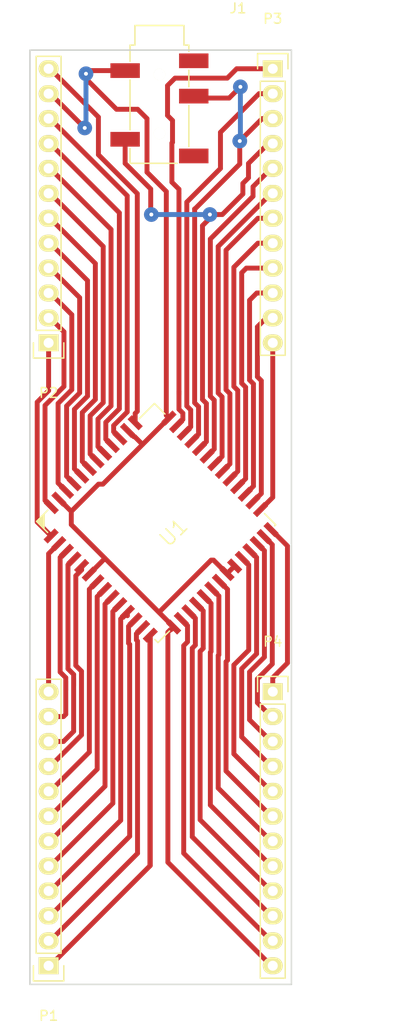
<source format=kicad_pcb>
(kicad_pcb (version 4) (host pcbnew 0.201512080931+6353~38~ubuntu14.04.1-stable)

  (general
    (links 57)
    (no_connects 0)
    (area 96.391667 25.632 140.702396 130.635)
    (thickness 1.6)
    (drawings 5)
    (tracks 375)
    (zones 0)
    (modules 6)
    (nets 48)
  )

  (page A4)
  (layers
    (0 F.Cu signal)
    (31 B.Cu signal)
    (32 B.Adhes user)
    (33 F.Adhes user)
    (34 B.Paste user)
    (35 F.Paste user)
    (36 B.SilkS user)
    (37 F.SilkS user)
    (38 B.Mask user)
    (39 F.Mask user)
    (40 Dwgs.User user)
    (41 Cmts.User user)
    (42 Eco1.User user)
    (43 Eco2.User user)
    (44 Edge.Cuts user)
    (45 Margin user)
    (46 B.CrtYd user)
    (47 F.CrtYd user)
    (48 B.Fab user)
    (49 F.Fab user)
  )

  (setup
    (last_trace_width 0.5)
    (trace_clearance 0.3)
    (zone_clearance 0.508)
    (zone_45_only no)
    (trace_min 0.5)
    (segment_width 0.2)
    (edge_width 0.15)
    (via_size 1.5)
    (via_drill 0.4)
    (via_min_size 1)
    (via_min_drill 0.3)
    (uvia_size 0.3)
    (uvia_drill 0.1)
    (uvias_allowed no)
    (uvia_min_size 0.2)
    (uvia_min_drill 0.1)
    (pcb_text_width 0.3)
    (pcb_text_size 1.5 1.5)
    (mod_edge_width 0.15)
    (mod_text_size 1 1)
    (mod_text_width 0.15)
    (pad_size 1.524 1.524)
    (pad_drill 0.762)
    (pad_to_mask_clearance 0.2)
    (aux_axis_origin 0 0)
    (visible_elements FFFFFF7F)
    (pcbplotparams
      (layerselection 0x00030_80000001)
      (usegerberextensions false)
      (excludeedgelayer true)
      (linewidth 1.000000)
      (plotframeref false)
      (viasonmask false)
      (mode 1)
      (useauxorigin false)
      (hpglpennumber 1)
      (hpglpenspeed 20)
      (hpglpendiameter 15)
      (hpglpenoverlay 2)
      (psnegative false)
      (psa4output false)
      (plotreference true)
      (plotvalue true)
      (plotinvisibletext false)
      (padsonsilk false)
      (subtractmaskfromsilk false)
      (outputformat 4)
      (mirror false)
      (drillshape 0)
      (scaleselection 1)
      (outputdirectory /home/nail/tmp/plot/))
  )

  (net 0 "")
  (net 1 "Net-(P1-Pad1)")
  (net 2 "Net-(P1-Pad2)")
  (net 3 "Net-(P1-Pad3)")
  (net 4 "Net-(P1-Pad4)")
  (net 5 "Net-(P1-Pad5)")
  (net 6 "Net-(P1-Pad6)")
  (net 7 "Net-(P1-Pad7)")
  (net 8 "Net-(P1-Pad8)")
  (net 9 "Net-(P1-Pad9)")
  (net 10 "Net-(P1-Pad10)")
  (net 11 "Net-(P1-Pad11)")
  (net 12 "Net-(P1-Pad12)")
  (net 13 "Net-(P2-Pad1)")
  (net 14 "Net-(P2-Pad2)")
  (net 15 "Net-(P2-Pad3)")
  (net 16 "Net-(P2-Pad4)")
  (net 17 "Net-(P2-Pad5)")
  (net 18 "Net-(P2-Pad6)")
  (net 19 "Net-(P2-Pad7)")
  (net 20 "Net-(P2-Pad10)")
  (net 21 "Net-(P2-Pad12)")
  (net 22 "Net-(J1-Pad1)")
  (net 23 "Net-(J1-Pad2)")
  (net 24 "Net-(J1-Pad5)")
  (net 25 "Net-(P2-Pad8)")
  (net 26 "Net-(P2-Pad9)")
  (net 27 "Net-(P3-Pad1)")
  (net 28 "Net-(P3-Pad2)")
  (net 29 "Net-(P3-Pad5)")
  (net 30 "Net-(P3-Pad6)")
  (net 31 "Net-(P3-Pad7)")
  (net 32 "Net-(P3-Pad10)")
  (net 33 "Net-(P3-Pad11)")
  (net 34 "Net-(P4-Pad1)")
  (net 35 "Net-(P4-Pad2)")
  (net 36 "Net-(P4-Pad3)")
  (net 37 "Net-(P4-Pad4)")
  (net 38 "Net-(P4-Pad5)")
  (net 39 "Net-(P4-Pad6)")
  (net 40 "Net-(P4-Pad7)")
  (net 41 "Net-(P4-Pad8)")
  (net 42 "Net-(P4-Pad9)")
  (net 43 "Net-(P4-Pad10)")
  (net 44 "Net-(P4-Pad11)")
  (net 45 "Net-(P3-Pad8)")
  (net 46 "Net-(P3-Pad9)")
  (net 47 "Net-(P3-Pad12)")

  (net_class Default "This is the default net class."
    (clearance 0.3)
    (trace_width 0.5)
    (via_dia 1.5)
    (via_drill 0.4)
    (uvia_dia 0.3)
    (uvia_drill 0.1)
    (add_net "Net-(J1-Pad1)")
    (add_net "Net-(J1-Pad2)")
    (add_net "Net-(J1-Pad5)")
    (add_net "Net-(P1-Pad1)")
    (add_net "Net-(P1-Pad10)")
    (add_net "Net-(P1-Pad11)")
    (add_net "Net-(P1-Pad12)")
    (add_net "Net-(P1-Pad2)")
    (add_net "Net-(P1-Pad3)")
    (add_net "Net-(P1-Pad4)")
    (add_net "Net-(P1-Pad5)")
    (add_net "Net-(P1-Pad6)")
    (add_net "Net-(P1-Pad7)")
    (add_net "Net-(P1-Pad8)")
    (add_net "Net-(P1-Pad9)")
    (add_net "Net-(P2-Pad1)")
    (add_net "Net-(P2-Pad10)")
    (add_net "Net-(P2-Pad12)")
    (add_net "Net-(P2-Pad2)")
    (add_net "Net-(P2-Pad3)")
    (add_net "Net-(P2-Pad4)")
    (add_net "Net-(P2-Pad5)")
    (add_net "Net-(P2-Pad6)")
    (add_net "Net-(P2-Pad7)")
    (add_net "Net-(P2-Pad8)")
    (add_net "Net-(P2-Pad9)")
    (add_net "Net-(P3-Pad1)")
    (add_net "Net-(P3-Pad10)")
    (add_net "Net-(P3-Pad11)")
    (add_net "Net-(P3-Pad12)")
    (add_net "Net-(P3-Pad2)")
    (add_net "Net-(P3-Pad5)")
    (add_net "Net-(P3-Pad6)")
    (add_net "Net-(P3-Pad7)")
    (add_net "Net-(P3-Pad8)")
    (add_net "Net-(P3-Pad9)")
    (add_net "Net-(P4-Pad1)")
    (add_net "Net-(P4-Pad10)")
    (add_net "Net-(P4-Pad11)")
    (add_net "Net-(P4-Pad2)")
    (add_net "Net-(P4-Pad3)")
    (add_net "Net-(P4-Pad4)")
    (add_net "Net-(P4-Pad5)")
    (add_net "Net-(P4-Pad6)")
    (add_net "Net-(P4-Pad7)")
    (add_net "Net-(P4-Pad8)")
    (add_net "Net-(P4-Pad9)")
  )

  (module my_modules:SOYO-BT24G03 (layer F.Cu) (tedit 558AC2DE) (tstamp 55EEC18A)
    (at 112.74558 91.534905 45)
    (descr 12)
    (path /55EEB2F0)
    (fp_text reference U1 (at 9.08 -6.82 45) (layer F.SilkS)
      (effects (font (size 1.5 1.5) (thickness 0.15)))
    )
    (fp_text value SOYO-BT24G03 (at 8.62 -8.99 45) (layer F.Fab)
      (effects (font (size 1.1 1.1) (thickness 0.1)))
    )
    (fp_line (start 0.02 -16.6) (end 0.88 -17.45) (layer F.SilkS) (width 0.15))
    (fp_line (start 0.06 -17.35) (end 0.16 -17.43) (layer F.SilkS) (width 0.15))
    (fp_line (start 0.26 -17.44) (end 0.06 -17.26) (layer F.SilkS) (width 0.15))
    (fp_line (start 0.01 -17.05) (end 0.43 -17.47) (layer F.SilkS) (width 0.15))
    (fp_line (start 0.61 -17.47) (end 0.05 -16.92) (layer F.SilkS) (width 0.15))
    (fp_line (start 0.03 -16.76) (end 0.72 -17.44) (layer F.SilkS) (width 0.15))
    (fp_line (start 0 -16.42) (end 1.04 -17.46) (layer F.SilkS) (width 0.15))
    (fp_line (start 1.62 -17.5) (end 0 -17.5) (layer F.SilkS) (width 0.15))
    (fp_line (start 0 -17.5) (end 0 -15.9) (layer F.SilkS) (width 0.15))
    (fp_line (start 17 -15.98) (end 17 -17.5) (layer F.SilkS) (width 0.15))
    (fp_line (start 17 -17.5) (end 14.8 -17.5) (layer F.SilkS) (width 0.15))
    (fp_line (start 16.86 -0.01) (end 17 -0.01) (layer F.SilkS) (width 0.15))
    (fp_line (start 17 -0.01) (end 17 -1.62) (layer F.SilkS) (width 0.15))
    (fp_line (start 0.02 -0.44) (end 0.02 -0.01) (layer F.SilkS) (width 0.15))
    (fp_line (start 0.02 -0.01) (end 1.68 -0.01) (layer F.SilkS) (width 0.15))
    (pad 39 smd rect (at 14.22 -17.5 45) (size 0.6 1.6) (layers F.Cu F.Paste F.Mask)
      (net 21 "Net-(P2-Pad12)"))
    (pad 40 smd rect (at 13.12 -17.5 45) (size 0.6 1.6) (layers F.Cu F.Paste F.Mask)
      (net 22 "Net-(J1-Pad1)"))
    (pad 41 smd rect (at 12.02 -17.5 45) (size 0.6 1.6) (layers F.Cu F.Paste F.Mask)
      (net 20 "Net-(P2-Pad10)"))
    (pad 42 smd rect (at 10.92 -17.5 45) (size 0.6 1.6) (layers F.Cu F.Paste F.Mask)
      (net 26 "Net-(P2-Pad9)"))
    (pad 43 smd rect (at 9.82 -17.5 45) (size 0.6 1.6) (layers F.Cu F.Paste F.Mask)
      (net 25 "Net-(P2-Pad8)"))
    (pad 44 smd rect (at 8.72 -17.5 45) (size 0.6 1.6) (layers F.Cu F.Paste F.Mask)
      (net 19 "Net-(P2-Pad7)"))
    (pad 45 smd rect (at 7.62 -17.5 45) (size 0.6 1.6) (layers F.Cu F.Paste F.Mask)
      (net 18 "Net-(P2-Pad6)"))
    (pad 46 smd rect (at 6.52 -17.5 45) (size 0.6 1.6) (layers F.Cu F.Paste F.Mask)
      (net 17 "Net-(P2-Pad5)"))
    (pad 47 smd rect (at 5.42 -17.5 45) (size 0.6 1.6) (layers F.Cu F.Paste F.Mask)
      (net 16 "Net-(P2-Pad4)"))
    (pad 48 smd rect (at 4.32 -17.5 45) (size 0.6 1.6) (layers F.Cu F.Paste F.Mask)
      (net 15 "Net-(P2-Pad3)"))
    (pad 49 smd rect (at 3.22 -17.5 45) (size 0.6 1.6) (layers F.Cu F.Paste F.Mask)
      (net 22 "Net-(J1-Pad1)"))
    (pad 50 smd rect (at 2.12 -17.5 45) (size 0.6 1.6) (layers F.Cu F.Paste F.Mask)
      (net 14 "Net-(P2-Pad2)"))
    (pad 52 smd rect (at 16.32 0 45) (size 0.6 1.6) (layers F.Cu F.Paste F.Mask)
      (net 34 "Net-(P4-Pad1)"))
    (pad 51 smd rect (at 15.32 0 45) (size 0.6 1.6) (layers F.Cu F.Paste F.Mask)
      (net 35 "Net-(P4-Pad2)"))
    (pad 25 smd rect (at 14.32 0 45) (size 0.6 1.6) (layers F.Cu F.Paste F.Mask)
      (net 36 "Net-(P4-Pad3)"))
    (pad 24 smd rect (at 13.27 0 45) (size 0.6 1.6) (layers F.Cu F.Paste F.Mask)
      (net 37 "Net-(P4-Pad4)"))
    (pad 23 smd rect (at 12.17 0 45) (size 0.6 1.6) (layers F.Cu F.Paste F.Mask)
      (net 38 "Net-(P4-Pad5)"))
    (pad 22 smd rect (at 11.07 0 45) (size 0.6 1.6) (layers F.Cu F.Paste F.Mask)
      (net 22 "Net-(J1-Pad1)"))
    (pad 21 smd rect (at 9.97 0 45) (size 0.6 1.6) (layers F.Cu F.Paste F.Mask)
      (net 22 "Net-(J1-Pad1)"))
    (pad 20 smd rect (at 8.87 0 45) (size 0.6 1.6) (layers F.Cu F.Paste F.Mask)
      (net 39 "Net-(P4-Pad6)"))
    (pad 19 smd rect (at 7.77 0 45) (size 0.6 1.6) (layers F.Cu F.Paste F.Mask)
      (net 40 "Net-(P4-Pad7)"))
    (pad 18 smd rect (at 6.67 0 45) (size 0.6 1.6) (layers F.Cu F.Paste F.Mask)
      (net 41 "Net-(P4-Pad8)"))
    (pad 17 smd rect (at 5.57 0 45) (size 0.6 1.6) (layers F.Cu F.Paste F.Mask)
      (net 42 "Net-(P4-Pad9)"))
    (pad 16 smd rect (at 4.47 0 45) (size 0.6 1.6) (layers F.Cu F.Paste F.Mask)
      (net 43 "Net-(P4-Pad10)"))
    (pad 15 smd rect (at 3.37 0 45) (size 0.6 1.6) (layers F.Cu F.Paste F.Mask)
      (net 44 "Net-(P4-Pad11)"))
    (pad 14 smd rect (at 2.27 0 45) (size 0.6 1.6) (layers F.Cu F.Paste F.Mask)
      (net 22 "Net-(J1-Pad1)"))
    (pad 1 smd rect (at 0 -15.4 45) (size 1.6 0.6) (layers F.Cu F.Paste F.Mask)
      (net 13 "Net-(P2-Pad1)"))
    (pad 2 smd rect (at 0 -14.3 45) (size 1.6 0.6) (layers F.Cu F.Paste F.Mask)
      (net 12 "Net-(P1-Pad12)"))
    (pad 3 smd rect (at 0 -13.2 45) (size 1.6 0.6) (layers F.Cu F.Paste F.Mask)
      (net 11 "Net-(P1-Pad11)"))
    (pad 4 smd rect (at 0 -12.1 45) (size 1.6 0.6) (layers F.Cu F.Paste F.Mask)
      (net 10 "Net-(P1-Pad10)"))
    (pad 5 smd rect (at 0 -11 45) (size 1.6 0.6) (layers F.Cu F.Paste F.Mask)
      (net 9 "Net-(P1-Pad9)"))
    (pad 6 smd rect (at 0 -9.9 45) (size 1.6 0.6) (layers F.Cu F.Paste F.Mask)
      (net 22 "Net-(J1-Pad1)"))
    (pad 7 smd rect (at 0 -8.8 45) (size 1.6 0.6) (layers F.Cu F.Paste F.Mask)
      (net 8 "Net-(P1-Pad8)"))
    (pad 8 smd rect (at 0 -7.7 45) (size 1.6 0.6) (layers F.Cu F.Paste F.Mask)
      (net 7 "Net-(P1-Pad7)"))
    (pad 9 smd rect (at 0 -6.6 45) (size 1.6 0.6) (layers F.Cu F.Paste F.Mask)
      (net 6 "Net-(P1-Pad6)"))
    (pad 10 smd rect (at 0 -5.5 45) (size 1.6 0.6) (layers F.Cu F.Paste F.Mask)
      (net 5 "Net-(P1-Pad5)"))
    (pad 11 smd rect (at 0 -4.4 45) (size 1.6 0.6) (layers F.Cu F.Paste F.Mask)
      (net 4 "Net-(P1-Pad4)"))
    (pad 12 smd rect (at 0 -3.3 45) (size 1.6 0.6) (layers F.Cu F.Paste F.Mask)
      (net 3 "Net-(P1-Pad3)"))
    (pad 13 smd rect (at 0 -2.2 45) (size 1.6 0.6) (layers F.Cu F.Paste F.Mask)
      (net 2 "Net-(P1-Pad2)"))
    (pad 53 smd rect (at 0 -1.1 45) (size 1.6 0.6) (layers F.Cu F.Paste F.Mask)
      (net 1 "Net-(P1-Pad1)"))
    (pad 38 smd rect (at 17 -15.4 45) (size 1.6 0.6) (layers F.Cu F.Paste F.Mask)
      (net 22 "Net-(J1-Pad1)"))
    (pad 37 smd rect (at 17 -14.3 45) (size 1.6 0.6) (layers F.Cu F.Paste F.Mask)
      (net 27 "Net-(P3-Pad1)"))
    (pad 36 smd rect (at 17 -13.2 45) (size 1.6 0.6) (layers F.Cu F.Paste F.Mask)
      (net 28 "Net-(P3-Pad2)"))
    (pad 35 smd rect (at 17 -12.1 45) (size 1.6 0.6) (layers F.Cu F.Paste F.Mask)
      (net 23 "Net-(J1-Pad2)"))
    (pad 34 smd rect (at 17 -11 45) (size 1.6 0.6) (layers F.Cu F.Paste F.Mask)
      (net 24 "Net-(J1-Pad5)"))
    (pad 33 smd rect (at 17 -9.9 45) (size 1.6 0.6) (layers F.Cu F.Paste F.Mask)
      (net 29 "Net-(P3-Pad5)"))
    (pad 32 smd rect (at 17 -8.8 45) (size 1.6 0.6) (layers F.Cu F.Paste F.Mask)
      (net 30 "Net-(P3-Pad6)"))
    (pad 31 smd rect (at 17 -7.7 45) (size 1.6 0.6) (layers F.Cu F.Paste F.Mask)
      (net 31 "Net-(P3-Pad7)"))
    (pad 30 smd rect (at 17 -6.6 45) (size 1.6 0.6) (layers F.Cu F.Paste F.Mask)
      (net 45 "Net-(P3-Pad8)"))
    (pad 29 smd rect (at 17 -5.5 45) (size 1.6 0.6) (layers F.Cu F.Paste F.Mask)
      (net 46 "Net-(P3-Pad9)"))
    (pad 28 smd rect (at 17 -4.4 45) (size 1.6 0.6) (layers F.Cu F.Paste F.Mask)
      (net 32 "Net-(P3-Pad10)"))
    (pad 27 smd rect (at 17 -3.3 45) (size 1.6 0.6) (layers F.Cu F.Paste F.Mask)
      (net 33 "Net-(P3-Pad11)"))
    (pad 26 smd rect (at 17 -2.2 45) (size 1.6 0.6) (layers F.Cu F.Paste F.Mask)
      (net 47 "Net-(P3-Pad12)"))
  )

  (module Pin_Headers:Pin_Header_Straight_1x12 (layer F.Cu) (tedit 0) (tstamp 56734C75)
    (at 101.6 124.46 180)
    (descr "Through hole pin header")
    (tags "pin header")
    (path /55EEB34C)
    (fp_text reference P1 (at 0 -5.1 180) (layer F.SilkS)
      (effects (font (size 1 1) (thickness 0.15)))
    )
    (fp_text value CONN_01X24 (at 0 -3.1 180) (layer F.Fab)
      (effects (font (size 1 1) (thickness 0.15)))
    )
    (fp_line (start -1.75 -1.75) (end -1.75 29.7) (layer F.CrtYd) (width 0.05))
    (fp_line (start 1.75 -1.75) (end 1.75 29.7) (layer F.CrtYd) (width 0.05))
    (fp_line (start -1.75 -1.75) (end 1.75 -1.75) (layer F.CrtYd) (width 0.05))
    (fp_line (start -1.75 29.7) (end 1.75 29.7) (layer F.CrtYd) (width 0.05))
    (fp_line (start 1.27 1.27) (end 1.27 29.21) (layer F.SilkS) (width 0.15))
    (fp_line (start 1.27 29.21) (end -1.27 29.21) (layer F.SilkS) (width 0.15))
    (fp_line (start -1.27 29.21) (end -1.27 1.27) (layer F.SilkS) (width 0.15))
    (fp_line (start 1.55 -1.55) (end 1.55 0) (layer F.SilkS) (width 0.15))
    (fp_line (start 1.27 1.27) (end -1.27 1.27) (layer F.SilkS) (width 0.15))
    (fp_line (start -1.55 0) (end -1.55 -1.55) (layer F.SilkS) (width 0.15))
    (fp_line (start -1.55 -1.55) (end 1.55 -1.55) (layer F.SilkS) (width 0.15))
    (pad 1 thru_hole rect (at 0 0 180) (size 2.032 1.7272) (drill 1.016) (layers *.Cu *.Mask F.SilkS)
      (net 1 "Net-(P1-Pad1)"))
    (pad 2 thru_hole oval (at 0 2.54 180) (size 2.032 1.7272) (drill 1.016) (layers *.Cu *.Mask F.SilkS)
      (net 2 "Net-(P1-Pad2)"))
    (pad 3 thru_hole oval (at 0 5.08 180) (size 2.032 1.7272) (drill 1.016) (layers *.Cu *.Mask F.SilkS)
      (net 3 "Net-(P1-Pad3)"))
    (pad 4 thru_hole oval (at 0 7.62 180) (size 2.032 1.7272) (drill 1.016) (layers *.Cu *.Mask F.SilkS)
      (net 4 "Net-(P1-Pad4)"))
    (pad 5 thru_hole oval (at 0 10.16 180) (size 2.032 1.7272) (drill 1.016) (layers *.Cu *.Mask F.SilkS)
      (net 5 "Net-(P1-Pad5)"))
    (pad 6 thru_hole oval (at 0 12.7 180) (size 2.032 1.7272) (drill 1.016) (layers *.Cu *.Mask F.SilkS)
      (net 6 "Net-(P1-Pad6)"))
    (pad 7 thru_hole oval (at 0 15.24 180) (size 2.032 1.7272) (drill 1.016) (layers *.Cu *.Mask F.SilkS)
      (net 7 "Net-(P1-Pad7)"))
    (pad 8 thru_hole oval (at 0 17.78 180) (size 2.032 1.7272) (drill 1.016) (layers *.Cu *.Mask F.SilkS)
      (net 8 "Net-(P1-Pad8)"))
    (pad 9 thru_hole oval (at 0 20.32 180) (size 2.032 1.7272) (drill 1.016) (layers *.Cu *.Mask F.SilkS)
      (net 9 "Net-(P1-Pad9)"))
    (pad 10 thru_hole oval (at 0 22.86 180) (size 2.032 1.7272) (drill 1.016) (layers *.Cu *.Mask F.SilkS)
      (net 10 "Net-(P1-Pad10)"))
    (pad 11 thru_hole oval (at 0 25.4 180) (size 2.032 1.7272) (drill 1.016) (layers *.Cu *.Mask F.SilkS)
      (net 11 "Net-(P1-Pad11)"))
    (pad 12 thru_hole oval (at 0 27.94 180) (size 2.032 1.7272) (drill 1.016) (layers *.Cu *.Mask F.SilkS)
      (net 12 "Net-(P1-Pad12)"))
    (model Pin_Headers.3dshapes/Pin_Header_Straight_1x12.wrl
      (at (xyz 0 -0.55 0))
      (scale (xyz 1 1 1))
      (rotate (xyz 0 0 90))
    )
  )

  (module Pin_Headers:Pin_Header_Straight_1x12 (layer F.Cu) (tedit 0) (tstamp 56734C8F)
    (at 101.6 60.96 180)
    (descr "Through hole pin header")
    (tags "pin header")
    (path /567348E5)
    (fp_text reference P2 (at 0 -5.1 180) (layer F.SilkS)
      (effects (font (size 1 1) (thickness 0.15)))
    )
    (fp_text value CONN_01X24 (at -7.9502 -11.5824 180) (layer F.Fab)
      (effects (font (size 1 1) (thickness 0.15)))
    )
    (fp_line (start -1.75 -1.75) (end -1.75 29.7) (layer F.CrtYd) (width 0.05))
    (fp_line (start 1.75 -1.75) (end 1.75 29.7) (layer F.CrtYd) (width 0.05))
    (fp_line (start -1.75 -1.75) (end 1.75 -1.75) (layer F.CrtYd) (width 0.05))
    (fp_line (start -1.75 29.7) (end 1.75 29.7) (layer F.CrtYd) (width 0.05))
    (fp_line (start 1.27 1.27) (end 1.27 29.21) (layer F.SilkS) (width 0.15))
    (fp_line (start 1.27 29.21) (end -1.27 29.21) (layer F.SilkS) (width 0.15))
    (fp_line (start -1.27 29.21) (end -1.27 1.27) (layer F.SilkS) (width 0.15))
    (fp_line (start 1.55 -1.55) (end 1.55 0) (layer F.SilkS) (width 0.15))
    (fp_line (start 1.27 1.27) (end -1.27 1.27) (layer F.SilkS) (width 0.15))
    (fp_line (start -1.55 0) (end -1.55 -1.55) (layer F.SilkS) (width 0.15))
    (fp_line (start -1.55 -1.55) (end 1.55 -1.55) (layer F.SilkS) (width 0.15))
    (pad 1 thru_hole rect (at 0 0 180) (size 2.032 1.7272) (drill 1.016) (layers *.Cu *.Mask F.SilkS)
      (net 13 "Net-(P2-Pad1)"))
    (pad 2 thru_hole oval (at 0 2.54 180) (size 2.032 1.7272) (drill 1.016) (layers *.Cu *.Mask F.SilkS)
      (net 14 "Net-(P2-Pad2)"))
    (pad 3 thru_hole oval (at 0 5.08 180) (size 2.032 1.7272) (drill 1.016) (layers *.Cu *.Mask F.SilkS)
      (net 15 "Net-(P2-Pad3)"))
    (pad 4 thru_hole oval (at 0 7.62 180) (size 2.032 1.7272) (drill 1.016) (layers *.Cu *.Mask F.SilkS)
      (net 16 "Net-(P2-Pad4)"))
    (pad 5 thru_hole oval (at 0 10.16 180) (size 2.032 1.7272) (drill 1.016) (layers *.Cu *.Mask F.SilkS)
      (net 17 "Net-(P2-Pad5)"))
    (pad 6 thru_hole oval (at 0 12.7 180) (size 2.032 1.7272) (drill 1.016) (layers *.Cu *.Mask F.SilkS)
      (net 18 "Net-(P2-Pad6)"))
    (pad 7 thru_hole oval (at 0 15.24 180) (size 2.032 1.7272) (drill 1.016) (layers *.Cu *.Mask F.SilkS)
      (net 19 "Net-(P2-Pad7)"))
    (pad 8 thru_hole oval (at 0 17.78 180) (size 2.032 1.7272) (drill 1.016) (layers *.Cu *.Mask F.SilkS)
      (net 25 "Net-(P2-Pad8)"))
    (pad 9 thru_hole oval (at 0 20.32 180) (size 2.032 1.7272) (drill 1.016) (layers *.Cu *.Mask F.SilkS)
      (net 26 "Net-(P2-Pad9)"))
    (pad 10 thru_hole oval (at 0 22.86 180) (size 2.032 1.7272) (drill 1.016) (layers *.Cu *.Mask F.SilkS)
      (net 20 "Net-(P2-Pad10)"))
    (pad 11 thru_hole oval (at 0 25.4 180) (size 2.032 1.7272) (drill 1.016) (layers *.Cu *.Mask F.SilkS)
      (net 22 "Net-(J1-Pad1)"))
    (pad 12 thru_hole oval (at 0 27.94 180) (size 2.032 1.7272) (drill 1.016) (layers *.Cu *.Mask F.SilkS)
      (net 21 "Net-(P2-Pad12)"))
    (model Pin_Headers.3dshapes/Pin_Header_Straight_1x12.wrl
      (at (xyz 0 -0.55 0))
      (scale (xyz 1 1 1))
      (rotate (xyz 0 0 90))
    )
  )

  (module Pin_Headers:Pin_Header_Straight_1x12 (layer F.Cu) (tedit 0) (tstamp 56734CDD)
    (at 124.46 96.52)
    (descr "Through hole pin header")
    (tags "pin header")
    (path /56734924)
    (fp_text reference P4 (at 0 -5.1) (layer F.SilkS)
      (effects (font (size 1 1) (thickness 0.15)))
    )
    (fp_text value CONN_01X24 (at 0 -3.1) (layer F.Fab)
      (effects (font (size 1 1) (thickness 0.15)))
    )
    (fp_line (start -1.75 -1.75) (end -1.75 29.7) (layer F.CrtYd) (width 0.05))
    (fp_line (start 1.75 -1.75) (end 1.75 29.7) (layer F.CrtYd) (width 0.05))
    (fp_line (start -1.75 -1.75) (end 1.75 -1.75) (layer F.CrtYd) (width 0.05))
    (fp_line (start -1.75 29.7) (end 1.75 29.7) (layer F.CrtYd) (width 0.05))
    (fp_line (start 1.27 1.27) (end 1.27 29.21) (layer F.SilkS) (width 0.15))
    (fp_line (start 1.27 29.21) (end -1.27 29.21) (layer F.SilkS) (width 0.15))
    (fp_line (start -1.27 29.21) (end -1.27 1.27) (layer F.SilkS) (width 0.15))
    (fp_line (start 1.55 -1.55) (end 1.55 0) (layer F.SilkS) (width 0.15))
    (fp_line (start 1.27 1.27) (end -1.27 1.27) (layer F.SilkS) (width 0.15))
    (fp_line (start -1.55 0) (end -1.55 -1.55) (layer F.SilkS) (width 0.15))
    (fp_line (start -1.55 -1.55) (end 1.55 -1.55) (layer F.SilkS) (width 0.15))
    (pad 1 thru_hole rect (at 0 0) (size 2.032 1.7272) (drill 1.016) (layers *.Cu *.Mask F.SilkS)
      (net 34 "Net-(P4-Pad1)"))
    (pad 2 thru_hole oval (at 0 2.54) (size 2.032 1.7272) (drill 1.016) (layers *.Cu *.Mask F.SilkS)
      (net 35 "Net-(P4-Pad2)"))
    (pad 3 thru_hole oval (at 0 5.08) (size 2.032 1.7272) (drill 1.016) (layers *.Cu *.Mask F.SilkS)
      (net 36 "Net-(P4-Pad3)"))
    (pad 4 thru_hole oval (at 0 7.62) (size 2.032 1.7272) (drill 1.016) (layers *.Cu *.Mask F.SilkS)
      (net 37 "Net-(P4-Pad4)"))
    (pad 5 thru_hole oval (at 0 10.16) (size 2.032 1.7272) (drill 1.016) (layers *.Cu *.Mask F.SilkS)
      (net 38 "Net-(P4-Pad5)"))
    (pad 6 thru_hole oval (at 0 12.7) (size 2.032 1.7272) (drill 1.016) (layers *.Cu *.Mask F.SilkS)
      (net 39 "Net-(P4-Pad6)"))
    (pad 7 thru_hole oval (at 0 15.24) (size 2.032 1.7272) (drill 1.016) (layers *.Cu *.Mask F.SilkS)
      (net 40 "Net-(P4-Pad7)"))
    (pad 8 thru_hole oval (at 0 17.78) (size 2.032 1.7272) (drill 1.016) (layers *.Cu *.Mask F.SilkS)
      (net 41 "Net-(P4-Pad8)"))
    (pad 9 thru_hole oval (at 0 20.32) (size 2.032 1.7272) (drill 1.016) (layers *.Cu *.Mask F.SilkS)
      (net 42 "Net-(P4-Pad9)"))
    (pad 10 thru_hole oval (at 0 22.86) (size 2.032 1.7272) (drill 1.016) (layers *.Cu *.Mask F.SilkS)
      (net 43 "Net-(P4-Pad10)"))
    (pad 11 thru_hole oval (at 0 25.4) (size 2.032 1.7272) (drill 1.016) (layers *.Cu *.Mask F.SilkS)
      (net 44 "Net-(P4-Pad11)"))
    (pad 12 thru_hole oval (at 0 27.94) (size 2.032 1.7272) (drill 1.016) (layers *.Cu *.Mask F.SilkS)
      (net 22 "Net-(J1-Pad1)"))
    (model Pin_Headers.3dshapes/Pin_Header_Straight_1x12.wrl
      (at (xyz 0 -0.55 0))
      (scale (xyz 1 1 1))
      (rotate (xyz 0 0 90))
    )
  )

  (module Pin_Headers:Pin_Header_Straight_1x12 (layer F.Cu) (tedit 0) (tstamp 56735013)
    (at 124.46 33.02)
    (descr "Through hole pin header")
    (tags "pin header")
    (path /567349A1)
    (fp_text reference P3 (at 0 -5.1) (layer F.SilkS)
      (effects (font (size 1 1) (thickness 0.15)))
    )
    (fp_text value CONN_01X24 (at 0 -3.1) (layer F.Fab)
      (effects (font (size 1 1) (thickness 0.15)))
    )
    (fp_line (start -1.75 -1.75) (end -1.75 29.7) (layer F.CrtYd) (width 0.05))
    (fp_line (start 1.75 -1.75) (end 1.75 29.7) (layer F.CrtYd) (width 0.05))
    (fp_line (start -1.75 -1.75) (end 1.75 -1.75) (layer F.CrtYd) (width 0.05))
    (fp_line (start -1.75 29.7) (end 1.75 29.7) (layer F.CrtYd) (width 0.05))
    (fp_line (start 1.27 1.27) (end 1.27 29.21) (layer F.SilkS) (width 0.15))
    (fp_line (start 1.27 29.21) (end -1.27 29.21) (layer F.SilkS) (width 0.15))
    (fp_line (start -1.27 29.21) (end -1.27 1.27) (layer F.SilkS) (width 0.15))
    (fp_line (start 1.55 -1.55) (end 1.55 0) (layer F.SilkS) (width 0.15))
    (fp_line (start 1.27 1.27) (end -1.27 1.27) (layer F.SilkS) (width 0.15))
    (fp_line (start -1.55 0) (end -1.55 -1.55) (layer F.SilkS) (width 0.15))
    (fp_line (start -1.55 -1.55) (end 1.55 -1.55) (layer F.SilkS) (width 0.15))
    (pad 1 thru_hole rect (at 0 0) (size 2.032 1.7272) (drill 1.016) (layers *.Cu *.Mask F.SilkS)
      (net 27 "Net-(P3-Pad1)"))
    (pad 2 thru_hole oval (at 0 2.54) (size 2.032 1.7272) (drill 1.016) (layers *.Cu *.Mask F.SilkS)
      (net 28 "Net-(P3-Pad2)"))
    (pad 3 thru_hole oval (at 0 5.08) (size 2.032 1.7272) (drill 1.016) (layers *.Cu *.Mask F.SilkS)
      (net 23 "Net-(J1-Pad2)"))
    (pad 4 thru_hole oval (at 0 7.62) (size 2.032 1.7272) (drill 1.016) (layers *.Cu *.Mask F.SilkS)
      (net 24 "Net-(J1-Pad5)"))
    (pad 5 thru_hole oval (at 0 10.16) (size 2.032 1.7272) (drill 1.016) (layers *.Cu *.Mask F.SilkS)
      (net 29 "Net-(P3-Pad5)"))
    (pad 6 thru_hole oval (at 0 12.7) (size 2.032 1.7272) (drill 1.016) (layers *.Cu *.Mask F.SilkS)
      (net 30 "Net-(P3-Pad6)"))
    (pad 7 thru_hole oval (at 0 15.24) (size 2.032 1.7272) (drill 1.016) (layers *.Cu *.Mask F.SilkS)
      (net 31 "Net-(P3-Pad7)"))
    (pad 8 thru_hole oval (at 0 17.78) (size 2.032 1.7272) (drill 1.016) (layers *.Cu *.Mask F.SilkS)
      (net 45 "Net-(P3-Pad8)"))
    (pad 9 thru_hole oval (at 0 20.32) (size 2.032 1.7272) (drill 1.016) (layers *.Cu *.Mask F.SilkS)
      (net 46 "Net-(P3-Pad9)"))
    (pad 10 thru_hole oval (at 0 22.86) (size 2.032 1.7272) (drill 1.016) (layers *.Cu *.Mask F.SilkS)
      (net 32 "Net-(P3-Pad10)"))
    (pad 11 thru_hole oval (at 0 25.4) (size 2.032 1.7272) (drill 1.016) (layers *.Cu *.Mask F.SilkS)
      (net 33 "Net-(P3-Pad11)"))
    (pad 12 thru_hole oval (at 0 27.94) (size 2.032 1.7272) (drill 1.016) (layers *.Cu *.Mask F.SilkS)
      (net 47 "Net-(P3-Pad12)"))
    (model Pin_Headers.3dshapes/Pin_Header_Straight_1x12.wrl
      (at (xyz 0 -0.55 0))
      (scale (xyz 1 1 1))
      (rotate (xyz 0 0 90))
    )
  )

  (module jacks:PJ-327A (layer F.Cu) (tedit 5673F0EC) (tstamp 5673FD19)
    (at 112.903 30.607)
    (path /55EEE911)
    (fp_text reference J1 (at 8.02 -3.75) (layer F.SilkS)
      (effects (font (size 1 1) (thickness 0.15)))
    )
    (fp_text value jack (at 10.36 -2.31) (layer F.Fab)
      (effects (font (size 1 1) (thickness 0.15)))
    )
    (fp_line (start 3 6.15) (end 3 10.35) (layer F.SilkS) (width 0.15))
    (fp_line (start 3 2.55) (end 3 4.25) (layer F.SilkS) (width 0.15))
    (fp_line (start -3 10.55) (end -3 12.05) (layer F.SilkS) (width 0.15))
    (fp_line (start -3 12.05) (end 1.8 12.05) (layer F.SilkS) (width 0.15))
    (fp_line (start -3 3.55) (end -3 8.65) (layer F.SilkS) (width 0.15))
    (fp_line (start 3 0.65) (end 3 0) (layer F.SilkS) (width 0.15))
    (fp_line (start 3 0) (end 2.5 0) (layer F.SilkS) (width 0.15))
    (fp_line (start 2.5 0) (end 2.5 -2) (layer F.SilkS) (width 0.15))
    (fp_line (start 2.5 -2) (end -2.5 -2) (layer F.SilkS) (width 0.15))
    (fp_line (start -2.5 -2) (end -2.5 0) (layer F.SilkS) (width 0.15))
    (fp_line (start -2.5 0) (end -3 0) (layer F.SilkS) (width 0.15))
    (fp_line (start -3 0) (end -3 1.65) (layer F.SilkS) (width 0.15))
    (pad "" np_thru_hole circle (at 0 3) (size 1.2 1.2) (drill 1.2) (layers *.Cu *.Mask F.SilkS))
    (pad "" np_thru_hole circle (at 0 9) (size 1.2 1.2) (drill 1.2) (layers *.Cu *.Mask F.SilkS))
    (pad 6 smd rect (at 3.5 1.6) (size 3 1.5) (layers F.Cu F.Paste F.Mask))
    (pad 2 smd rect (at 3.5 5.2) (size 3 1.5) (layers F.Cu F.Paste F.Mask)
      (net 23 "Net-(J1-Pad2)"))
    (pad 4 smd rect (at 3.5 11.3) (size 3 1.5) (layers F.Cu F.Paste F.Mask))
    (pad 5 smd rect (at -3.5 9.6) (size 3 1.5) (layers F.Cu F.Paste F.Mask)
      (net 24 "Net-(J1-Pad5)"))
    (pad 1 smd rect (at -3.5 2.6) (size 3 1.5) (layers F.Cu F.Paste F.Mask)
      (net 22 "Net-(J1-Pad1)"))
  )

  (dimension 95.32623 (width 0.3) (layer Dwgs.User)
    (gr_text "95.326 mm" (at 134.052396 78.682614 89.95420003) (layer Dwgs.User)
      (effects (font (size 1.5 1.5) (thickness 0.3)))
    )
    (feature1 (pts (xy 126.365 126.3396) (xy 135.364296 126.346793)))
    (feature2 (pts (xy 126.4412 31.0134) (xy 135.440496 31.020593)))
    (crossbar (pts (xy 132.740497 31.018435) (xy 132.664297 126.344635)))
    (arrow1a (pts (xy 132.664297 126.344635) (xy 132.078777 125.217663)))
    (arrow1b (pts (xy 132.664297 126.344635) (xy 133.251618 125.2186)))
    (arrow2a (pts (xy 132.740497 31.018435) (xy 132.153176 32.14447)))
    (arrow2b (pts (xy 132.740497 31.018435) (xy 133.326017 32.145407)))
  )
  (gr_line (start 99.695 126.365) (end 99.695 31.115) (layer Edge.Cuts) (width 0.15))
  (gr_line (start 126.365 126.365) (end 99.695 126.365) (layer Edge.Cuts) (width 0.15))
  (gr_line (start 126.365 31.115) (end 126.365 126.365) (layer Edge.Cuts) (width 0.15))
  (gr_line (start 99.695 31.115) (end 126.365 31.115) (layer Edge.Cuts) (width 0.15))

  (segment (start 115.951 42.0116) (end 115.9256 42.0116) (width 0.5) (layer F.Cu) (net 0))
  (segment (start 111.967763 90.757088) (end 111.967763 114.244637) (width 0.5) (layer F.Cu) (net 1))
  (segment (start 111.967763 114.244637) (end 101.7524 124.46) (width 0.5) (layer F.Cu) (net 1))
  (segment (start 101.7524 124.46) (end 101.6 124.46) (width 0.5) (layer F.Cu) (net 1))
  (segment (start 101.7524 124.46) (end 111.931897 114.280503) (width 0.5) (layer F.Cu) (net 1))
  (segment (start 111.931897 114.280503) (end 111.931897 91.307097) (width 0.5) (layer F.Cu) (net 1))
  (segment (start 111.189945 89.97927) (end 110.55355 90.615665) (width 0.5) (layer F.Cu) (net 2))
  (segment (start 110.55355 90.615665) (end 110.55355 91.252079) (width 0.5) (layer F.Cu) (net 2))
  (segment (start 110.667832 91.366361) (end 110.667832 113.004568) (width 0.5) (layer F.Cu) (net 2))
  (segment (start 110.55355 91.252079) (end 110.667832 91.366361) (width 0.5) (layer F.Cu) (net 2))
  (segment (start 110.667832 113.004568) (end 101.7524 121.92) (width 0.5) (layer F.Cu) (net 2))
  (segment (start 101.7524 121.92) (end 101.6 121.92) (width 0.5) (layer F.Cu) (net 2))
  (segment (start 110.412128 89.201453) (end 109.75354 89.860041) (width 0.5) (layer F.Cu) (net 3))
  (segment (start 109.75354 89.860041) (end 109.75354 91.583453) (width 0.5) (layer F.Cu) (net 3))
  (segment (start 109.75354 91.583453) (end 109.867822 91.697735) (width 0.5) (layer F.Cu) (net 3))
  (segment (start 109.867822 91.697735) (end 109.867822 111.264578) (width 0.5) (layer F.Cu) (net 3))
  (segment (start 101.7524 119.38) (end 101.6 119.38) (width 0.5) (layer F.Cu) (net 3))
  (segment (start 109.867822 111.264578) (end 101.7524 119.38) (width 0.5) (layer F.Cu) (net 3))
  (segment (start 109.85464 111.27776) (end 101.7524 119.38) (width 0.5) (layer F.Cu) (net 3))
  (segment (start 109.63431 88.423635) (end 108.95267 89.105275) (width 0.5) (layer F.Cu) (net 4))
  (segment (start 108.95267 89.105275) (end 108.95267 109.63973) (width 0.5) (layer F.Cu) (net 4))
  (segment (start 108.95267 109.63973) (end 101.7524 116.84) (width 0.5) (layer F.Cu) (net 4))
  (segment (start 101.7524 116.84) (end 101.6 116.84) (width 0.5) (layer F.Cu) (net 4))
  (segment (start 109.63431 88.423635) (end 109.63431 88.777175) (width 0.5) (layer F.Cu) (net 4))
  (segment (start 108.856493 87.645818) (end 108.15266 88.349651) (width 0.5) (layer F.Cu) (net 5))
  (segment (start 108.15266 88.349651) (end 108.15266 107.89974) (width 0.5) (layer F.Cu) (net 5))
  (segment (start 108.15266 107.89974) (end 101.7524 114.3) (width 0.5) (layer F.Cu) (net 5))
  (segment (start 101.7524 114.3) (end 101.6 114.3) (width 0.5) (layer F.Cu) (net 5))
  (segment (start 108.856493 87.645818) (end 108.267802 88.234509) (width 0.5) (layer F.Cu) (net 5))
  (segment (start 108.078675 86.868) (end 107.35265 87.594025) (width 0.5) (layer F.Cu) (net 6))
  (segment (start 107.35265 87.594025) (end 107.35265 106.15975) (width 0.5) (layer F.Cu) (net 6))
  (segment (start 107.35265 106.15975) (end 101.7524 111.76) (width 0.5) (layer F.Cu) (net 6))
  (segment (start 101.7524 111.76) (end 101.6 111.76) (width 0.5) (layer F.Cu) (net 6))
  (segment (start 108.078675 86.868) (end 107.44228 87.504395) (width 0.5) (layer F.Cu) (net 6))
  (segment (start 108.078675 86.868) (end 107.4674 87.479275) (width 0.5) (layer F.Cu) (net 6))
  (segment (start 107.300858 86.090183) (end 106.55264 86.838401) (width 0.5) (layer F.Cu) (net 7))
  (segment (start 106.55264 86.838401) (end 106.55264 104.41976) (width 0.5) (layer F.Cu) (net 7))
  (segment (start 106.55264 104.41976) (end 101.7524 109.22) (width 0.5) (layer F.Cu) (net 7))
  (segment (start 101.7524 109.22) (end 101.6 109.22) (width 0.5) (layer F.Cu) (net 7))
  (segment (start 106.52304 85.312365) (end 105.75263 86.082775) (width 0.5) (layer F.Cu) (net 8))
  (segment (start 105.75263 86.082775) (end 105.75263 102.67977) (width 0.5) (layer F.Cu) (net 8))
  (segment (start 105.75263 102.67977) (end 101.7524 106.68) (width 0.5) (layer F.Cu) (net 8))
  (segment (start 101.7524 106.68) (end 101.6 106.68) (width 0.5) (layer F.Cu) (net 8))
  (segment (start 104.95262 94.434852) (end 104.95262 100.93978) (width 0.5) (layer F.Cu) (net 9))
  (segment (start 104.967405 84.11027) (end 104.375395 84.70228) (width 0.5) (layer F.Cu) (net 9))
  (segment (start 104.375395 93.857627) (end 104.95262 94.434852) (width 0.5) (layer F.Cu) (net 9))
  (segment (start 104.967405 83.75673) (end 104.967405 84.11027) (width 0.5) (layer F.Cu) (net 9))
  (segment (start 104.375395 84.70228) (end 104.375395 93.857627) (width 0.5) (layer F.Cu) (net 9))
  (segment (start 104.95262 100.93978) (end 101.7524 104.14) (width 0.5) (layer F.Cu) (net 9))
  (segment (start 101.7524 104.14) (end 101.6 104.14) (width 0.5) (layer F.Cu) (net 9))
  (segment (start 104.15261 95.172626) (end 104.15261 95.885) (width 0.5) (layer F.Cu) (net 10))
  (segment (start 103.575385 94.189001) (end 104.15261 94.766226) (width 0.5) (layer F.Cu) (net 10))
  (segment (start 104.15261 95.885) (end 104.15261 100.56339) (width 0.5) (layer F.Cu) (net 10))
  (segment (start 104.189588 82.978913) (end 103.575385 83.593116) (width 0.5) (layer F.Cu) (net 10))
  (segment (start 103.575385 83.593116) (end 103.575385 94.189001) (width 0.5) (layer F.Cu) (net 10))
  (segment (start 104.15261 94.766226) (end 104.15261 95.885) (width 0.5) (layer F.Cu) (net 10))
  (segment (start 104.15261 100.56339) (end 103.116 101.6) (width 0.5) (layer F.Cu) (net 10))
  (segment (start 103.116 101.6) (end 101.6 101.6) (width 0.5) (layer F.Cu) (net 10))
  (segment (start 103.3526 95.504) (end 103.3526 96.3422) (width 0.5) (layer F.Cu) (net 11))
  (segment (start 103.3526 96.3422) (end 103.3526 98.8234) (width 0.5) (layer F.Cu) (net 11))
  (segment (start 103.3526 95.0976) (end 103.3526 96.3422) (width 0.5) (layer F.Cu) (net 11))
  (segment (start 103.41177 82.201095) (end 102.775375 82.83749) (width 0.5) (layer F.Cu) (net 11))
  (segment (start 102.775375 82.83749) (end 102.775375 94.520375) (width 0.5) (layer F.Cu) (net 11))
  (segment (start 102.775375 94.520375) (end 103.3526 95.0976) (width 0.5) (layer F.Cu) (net 11))
  (segment (start 103.3526 98.8234) (end 103.116 99.06) (width 0.5) (layer F.Cu) (net 11))
  (segment (start 103.116 99.06) (end 101.6 99.06) (width 0.5) (layer F.Cu) (net 11))
  (segment (start 101.6 96.52) (end 101.6 82.457231) (width 0.5) (layer F.Cu) (net 12))
  (segment (start 101.6 82.457231) (end 102.633953 81.423278) (width 0.5) (layer F.Cu) (net 12))
  (segment (start 101.6 95.1564) (end 101.6 96.52) (width 0.5) (layer F.Cu) (net 12))
  (segment (start 101.6 60.96) (end 101.6 65.840088) (width 0.5) (layer F.Cu) (net 13))
  (segment (start 100.433873 79.223198) (end 101.573294 80.362619) (width 0.5) (layer F.Cu) (net 13))
  (segment (start 101.6 65.840088) (end 100.433873 67.006215) (width 0.5) (layer F.Cu) (net 13))
  (segment (start 100.433873 67.006215) (end 100.433873 79.223198) (width 0.5) (layer F.Cu) (net 13))
  (segment (start 101.573294 80.362619) (end 101.856136 80.645461) (width 0.5) (layer F.Cu) (net 13))
  (segment (start 101.6 58.42) (end 101.7524 58.42) (width 0.5) (layer F.Cu) (net 14))
  (segment (start 101.7524 58.42) (end 103.166001 59.833601) (width 0.5) (layer F.Cu) (net 14))
  (segment (start 103.166001 59.833601) (end 103.166001 65.405471) (width 0.5) (layer F.Cu) (net 14))
  (segment (start 103.166001 65.405471) (end 101.233883 67.337589) (width 0.5) (layer F.Cu) (net 14))
  (segment (start 101.233883 67.337589) (end 101.233883 77.025075) (width 0.5) (layer F.Cu) (net 14))
  (segment (start 101.233883 77.025075) (end 101.870278 77.66147) (width 0.5) (layer F.Cu) (net 14))
  (segment (start 101.6 55.88) (end 101.7524 55.88) (width 0.5) (layer F.Cu) (net 15))
  (segment (start 101.7524 55.88) (end 103.966011 58.093611) (width 0.5) (layer F.Cu) (net 15))
  (segment (start 103.966011 58.093611) (end 103.966011 65.736845) (width 0.5) (layer F.Cu) (net 15))
  (segment (start 103.966011 65.736845) (end 102.5652 67.137656) (width 0.5) (layer F.Cu) (net 15))
  (segment (start 102.5652 67.137656) (end 102.5652 75.245122) (width 0.5) (layer F.Cu) (net 15))
  (segment (start 102.5652 75.245122) (end 102.789518 75.46944) (width 0.5) (layer F.Cu) (net 15))
  (segment (start 102.789518 75.46944) (end 103.425913 76.105835) (width 0.5) (layer F.Cu) (net 15))
  (segment (start 101.6 53.34) (end 101.7524 53.34) (width 0.5) (layer F.Cu) (net 16))
  (segment (start 101.7524 53.34) (end 104.766021 56.353621) (width 0.5) (layer F.Cu) (net 16))
  (segment (start 104.766021 56.353621) (end 104.766021 66.068219) (width 0.5) (layer F.Cu) (net 16))
  (segment (start 104.766021 66.068219) (end 103.43418 67.40006) (width 0.5) (layer F.Cu) (net 16))
  (segment (start 103.43418 67.40006) (end 103.43418 74.558468) (width 0.5) (layer F.Cu) (net 16))
  (segment (start 103.43418 74.558468) (end 103.567335 74.691623) (width 0.5) (layer F.Cu) (net 16))
  (segment (start 103.567335 74.691623) (end 104.20373 75.328018) (width 0.5) (layer F.Cu) (net 16))
  (segment (start 101.6 50.8) (end 101.7524 50.8) (width 0.5) (layer F.Cu) (net 17))
  (segment (start 101.7524 50.8) (end 105.566031 54.613631) (width 0.5) (layer F.Cu) (net 17))
  (segment (start 104.23419 73.802842) (end 104.345153 73.913805) (width 0.5) (layer F.Cu) (net 17))
  (segment (start 105.566031 54.613631) (end 105.566031 66.399593) (width 0.5) (layer F.Cu) (net 17))
  (segment (start 105.566031 66.399593) (end 104.23419 67.731434) (width 0.5) (layer F.Cu) (net 17))
  (segment (start 104.23419 67.731434) (end 104.23419 73.802842) (width 0.5) (layer F.Cu) (net 17))
  (segment (start 104.345153 73.913805) (end 104.981548 74.5502) (width 0.5) (layer F.Cu) (net 17))
  (segment (start 101.6 48.26) (end 101.7524 48.26) (width 0.5) (layer F.Cu) (net 18))
  (segment (start 101.7524 48.26) (end 106.366041 52.873641) (width 0.5) (layer F.Cu) (net 18))
  (segment (start 106.366041 52.873641) (end 106.366041 66.730967) (width 0.5) (layer F.Cu) (net 18))
  (segment (start 105.0342 73.047218) (end 105.12297 73.135988) (width 0.5) (layer F.Cu) (net 18))
  (segment (start 106.366041 66.730967) (end 105.0342 68.062808) (width 0.5) (layer F.Cu) (net 18))
  (segment (start 105.0342 68.062808) (end 105.0342 73.047218) (width 0.5) (layer F.Cu) (net 18))
  (segment (start 105.12297 73.135988) (end 105.759365 73.772383) (width 0.5) (layer F.Cu) (net 18))
  (segment (start 101.6 45.72) (end 101.7524 45.72) (width 0.5) (layer F.Cu) (net 19))
  (segment (start 105.83421 72.291593) (end 105.900787 72.35817) (width 0.5) (layer F.Cu) (net 19))
  (segment (start 101.7524 45.72) (end 107.166051 51.133651) (width 0.5) (layer F.Cu) (net 19))
  (segment (start 107.166051 51.133651) (end 107.166051 67.062341) (width 0.5) (layer F.Cu) (net 19))
  (segment (start 105.900787 72.35817) (end 106.537182 72.994565) (width 0.5) (layer F.Cu) (net 19))
  (segment (start 107.166051 67.062341) (end 105.83421 68.394182) (width 0.5) (layer F.Cu) (net 19))
  (segment (start 105.83421 68.394182) (end 105.83421 72.291593) (width 0.5) (layer F.Cu) (net 19))
  (segment (start 101.6 38.1) (end 101.7524 38.1) (width 0.5) (layer F.Cu) (net 20))
  (segment (start 101.7524 38.1) (end 109.61361 45.96121) (width 0.5) (layer F.Cu) (net 20))
  (segment (start 109.61361 45.96121) (end 109.61361 68.008934) (width 0.5) (layer F.Cu) (net 20))
  (segment (start 109.61361 68.008934) (end 108.23424 69.388304) (width 0.5) (layer F.Cu) (net 20))
  (segment (start 108.23424 69.388304) (end 108.23424 70.024718) (width 0.5) (layer F.Cu) (net 20))
  (segment (start 108.23424 70.024718) (end 108.870635 70.661113) (width 0.5) (layer F.Cu) (net 20))
  (segment (start 110.6424 45.7835) (end 110.6424 45.7454) (width 0.5) (layer F.Cu) (net 21))
  (segment (start 106.68 41.783) (end 106.68 37.9476) (width 0.5) (layer F.Cu) (net 21) (tstamp 5673FDEA))
  (segment (start 110.6424 45.7454) (end 106.68 41.783) (width 0.5) (layer F.Cu) (net 21) (tstamp 5673FDE9))
  (segment (start 101.7524 33.02) (end 106.68 37.9476) (width 0.5) (layer F.Cu) (net 21))
  (segment (start 110.6424 67.945) (end 110.42627 68.16113) (width 0.5) (layer F.Cu) (net 21))
  (segment (start 110.42627 68.16113) (end 110.42627 69.105478) (width 0.5) (layer F.Cu) (net 21))
  (segment (start 110.6424 45.7835) (end 110.6424 67.945) (width 0.5) (layer F.Cu) (net 21) (tstamp 5673FDE7))
  (segment (start 101.6 33.02) (end 101.7524 33.02) (width 0.5) (layer F.Cu) (net 21))
  (segment (start 105.41 33.528) (end 105.41 34.036) (width 0.5) (layer F.Cu) (net 22))
  (segment (start 113.6015 68.349194) (end 113.876951 68.624645) (width 0.5) (layer F.Cu) (net 22) (tstamp 5673FDE4) (status 800000))
  (segment (start 113.6015 45.5295) (end 113.6015 68.349194) (width 0.5) (layer F.Cu) (net 22) (tstamp 5673FDE3))
  (segment (start 111.633 43.561) (end 113.6015 45.5295) (width 0.5) (layer F.Cu) (net 22) (tstamp 5673FDE0))
  (segment (start 111.633 38.1) (end 111.633 43.561) (width 0.5) (layer F.Cu) (net 22) (tstamp 5673FDDF))
  (segment (start 110.6805 37.1475) (end 111.633 38.1) (width 0.5) (layer F.Cu) (net 22) (tstamp 5673FDDE))
  (segment (start 108.5215 37.1475) (end 110.6805 37.1475) (width 0.5) (layer F.Cu) (net 22) (tstamp 5673FDDC))
  (segment (start 105.41 34.036) (end 108.5215 37.1475) (width 0.5) (layer F.Cu) (net 22) (tstamp 5673FDDB))
  (segment (start 101.6 35.56) (end 101.7905 35.56) (width 0.5) (layer F.Cu) (net 22) (status C00000))
  (segment (start 101.7905 35.56) (end 105.283 39.0525) (width 0.5) (layer F.Cu) (net 22) (tstamp 5673FDD2) (status 400000))
  (segment (start 105.731 33.207) (end 109.403 33.207) (width 0.5) (layer F.Cu) (net 22) (tstamp 5673FDD8) (status 800000))
  (segment (start 105.41 33.528) (end 105.731 33.207) (width 0.5) (layer F.Cu) (net 22) (tstamp 5673FDD7))
  (via (at 105.41 33.528) (size 1.5) (drill 0.4) (layers F.Cu B.Cu) (net 22))
  (segment (start 105.41 38.9255) (end 105.41 33.528) (width 0.5) (layer B.Cu) (net 22) (tstamp 5673FDD5))
  (segment (start 105.283 39.0525) (end 105.41 38.9255) (width 0.5) (layer B.Cu) (net 22) (tstamp 5673FDD4))
  (via (at 105.283 39.0525) (size 1.5) (drill 0.4) (layers F.Cu B.Cu) (net 22))
  (segment (start 113.876951 68.624645) (end 112.956396 69.5452) (width 0.5) (layer F.Cu) (net 22))
  (segment (start 112.956396 69.5452) (end 111.178396 71.3232) (width 0.5) (layer F.Cu) (net 22))
  (segment (start 111.178396 71.3232) (end 107.1372 75.364396) (width 0.5) (layer F.Cu) (net 22))
  (segment (start 109.648452 69.883295) (end 110.284847 70.51969) (width 0.5) (layer F.Cu) (net 22))
  (segment (start 110.284847 70.51969) (end 110.374886 70.51969) (width 0.5) (layer F.Cu) (net 22))
  (segment (start 110.374886 70.51969) (end 111.178396 71.3232) (width 0.5) (layer F.Cu) (net 22))
  (segment (start 107.1372 75.364396) (end 106.693961 75.364396) (width 0.5) (layer F.Cu) (net 22))
  (segment (start 106.693961 75.364396) (end 103.9114 78.146957) (width 0.5) (layer F.Cu) (net 22))
  (segment (start 120.573252 83.707233) (end 119.795435 84.48505) (width 0.5) (layer F.Cu) (net 22))
  (segment (start 114.350712 89.929773) (end 112.8522 88.431261) (width 0.5) (layer F.Cu) (net 22))
  (segment (start 112.8522 88.431261) (end 107.301139 82.8802) (width 0.5) (layer F.Cu) (net 22))
  (segment (start 118.419185 83.1088) (end 118.174661 83.1088) (width 0.5) (layer F.Cu) (net 22))
  (segment (start 118.174661 83.1088) (end 112.8522 88.431261) (width 0.5) (layer F.Cu) (net 22))
  (segment (start 119.795435 84.48505) (end 118.419185 83.1088) (width 0.5) (layer F.Cu) (net 22))
  (segment (start 107.301139 82.8802) (end 103.9114 79.490461) (width 0.5) (layer F.Cu) (net 22))
  (segment (start 105.745223 84.534548) (end 107.301139 82.978632) (width 0.5) (layer F.Cu) (net 22))
  (segment (start 107.301139 82.978632) (end 107.301139 82.8802) (width 0.5) (layer F.Cu) (net 22))
  (segment (start 103.9114 79.490461) (end 103.9114 78.146957) (width 0.5) (layer F.Cu) (net 22))
  (segment (start 103.9114 78.146957) (end 103.28449 77.520047) (width 0.5) (layer F.Cu) (net 22))
  (segment (start 103.28449 77.520047) (end 102.648095 76.883652) (width 0.5) (layer F.Cu) (net 22))
  (segment (start 114.350712 89.929773) (end 114.06787 90.212615) (width 0.5) (layer F.Cu) (net 22))
  (segment (start 114.06787 90.212615) (end 114.006259 90.212615) (width 0.5) (layer F.Cu) (net 22))
  (segment (start 114.006259 90.212615) (end 113.764837 90.454037) (width 0.5) (layer F.Cu) (net 22))
  (segment (start 109.4426 33.1256) (end 109.849 32.7192) (width 0.5) (layer F.Cu) (net 22))
  (segment (start 101.6 35.56) (end 102.2604 35.56) (width 0.5) (layer F.Cu) (net 22))
  (segment (start 101.6 35.56) (end 101.4476 35.56) (width 0.5) (layer F.Cu) (net 22))
  (segment (start 124.46 124.46) (end 124.3076 124.46) (width 0.5) (layer F.Cu) (net 22))
  (segment (start 124.3076 124.46) (end 113.764837 113.917237) (width 0.5) (layer F.Cu) (net 22))
  (segment (start 113.764837 113.917237) (end 113.764837 90.454037) (width 0.5) (layer F.Cu) (net 22))
  (segment (start 121.0945 40.386) (end 121.0945 42.7355) (width 0.5) (layer F.Cu) (net 23))
  (segment (start 121.0945 42.7355) (end 116.49391 47.33609) (width 0.5) (layer F.Cu) (net 23) (tstamp 5673FDBE))
  (segment (start 124.46 38.1) (end 123.3805 38.1) (width 0.5) (layer F.Cu) (net 23))
  (segment (start 120.015 36.0045) (end 116.6005 36.0045) (width 0.5) (layer F.Cu) (net 23) (tstamp 5673FDBA))
  (segment (start 121.158 34.8615) (end 120.015 36.0045) (width 0.5) (layer F.Cu) (net 23) (tstamp 5673FDB9))
  (via (at 121.158 34.8615) (size 1.5) (drill 0.4) (layers F.Cu B.Cu) (net 23))
  (segment (start 121.158 40.3225) (end 121.158 34.8615) (width 0.5) (layer B.Cu) (net 23) (tstamp 5673FDB7))
  (segment (start 121.0945 40.386) (end 121.158 40.3225) (width 0.5) (layer B.Cu) (net 23) (tstamp 5673FDB6))
  (via (at 121.0945 40.386) (size 1.5) (drill 0.4) (layers F.Cu B.Cu) (net 23))
  (segment (start 123.3805 38.1) (end 121.0945 40.386) (width 0.5) (layer F.Cu) (net 23) (tstamp 5673FDB4))
  (segment (start 116.6005 36.0045) (end 116.403 35.807) (width 0.5) (layer F.Cu) (net 23) (tstamp 5673FDBB))
  (segment (start 124.46 38.1) (end 124.46 38.354) (width 0.5) (layer F.Cu) (net 23))
  (segment (start 116.49391 47.33609) (end 116.49391 47.307508) (width 0.5) (layer F.Cu) (net 23) (tstamp 5673FDC2))
  (segment (start 116.49391 47.307508) (end 116.493902 47.307508) (width 0.5) (layer F.Cu) (net 23) (tstamp 5673FD78))
  (segment (start 116.493902 47.307508) (end 116.49391 47.307508) (width 0.5) (layer F.Cu) (net 23) (tstamp 5673FD7A))
  (segment (start 116.49391 47.307508) (end 116.49391 67.069632) (width 0.5) (layer F.Cu) (net 23) (tstamp 5673FD7B))
  (segment (start 116.49391 67.069632) (end 116.891183 67.466905) (width 0.5) (layer F.Cu) (net 23))
  (segment (start 116.891183 67.466905) (end 116.891183 70.277318) (width 0.5) (layer F.Cu) (net 23))
  (segment (start 116.891183 70.277318) (end 116.210403 70.958098) (width 0.5) (layer F.Cu) (net 23))
  (segment (start 124.3076 38.1) (end 124.46 38.1) (width 0.5) (layer F.Cu) (net 23))
  (segment (start 118.0465 47.879) (end 118.0465 48.26) (width 0.5) (layer F.Cu) (net 24))
  (segment (start 118.0465 48.26) (end 117.29392 49.01258) (width 0.5) (layer F.Cu) (net 24) (tstamp 5673FD6E))
  (segment (start 124.46 40.64) (end 124.0155 40.64) (width 0.5) (layer F.Cu) (net 24))
  (segment (start 124.0155 40.64) (end 121.9835 42.672) (width 0.5) (layer F.Cu) (net 24) (tstamp 5673FD5C))
  (segment (start 109.403 42.6645) (end 109.403 40.207) (width 0.5) (layer F.Cu) (net 24) (tstamp 5673FD6A))
  (segment (start 112.014 45.2755) (end 109.403 42.6645) (width 0.5) (layer F.Cu) (net 24) (tstamp 5673FD68))
  (segment (start 112.014 47.8155) (end 112.014 45.2755) (width 0.5) (layer F.Cu) (net 24) (tstamp 5673FD67))
  (segment (start 112.0775 47.879) (end 112.014 47.8155) (width 0.5) (layer F.Cu) (net 24) (tstamp 5673FD66))
  (via (at 112.0775 47.879) (size 1.5) (drill 0.4) (layers F.Cu B.Cu) (net 24))
  (segment (start 118.0465 47.879) (end 112.0775 47.879) (width 0.5) (layer B.Cu) (net 24) (tstamp 5673FD63))
  (via (at 118.0465 47.879) (size 1.5) (drill 0.4) (layers F.Cu B.Cu) (net 24))
  (segment (start 119.3165 47.879) (end 118.0465 47.879) (width 0.5) (layer F.Cu) (net 24) (tstamp 5673FD61))
  (segment (start 121.412 45.7835) (end 119.3165 47.879) (width 0.5) (layer F.Cu) (net 24) (tstamp 5673FD60))
  (segment (start 121.412 44.704) (end 121.412 45.7835) (width 0.5) (layer F.Cu) (net 24) (tstamp 5673FD5F))
  (segment (start 121.9835 44.1325) (end 121.412 44.704) (width 0.5) (layer F.Cu) (net 24) (tstamp 5673FD5E))
  (segment (start 121.9835 42.672) (end 121.9835 44.1325) (width 0.5) (layer F.Cu) (net 24) (tstamp 5673FD5D))
  (segment (start 117.29392 49.01258) (end 117.29392 66.738258) (width 0.5) (layer F.Cu) (net 24) (tstamp 5673FD71))
  (segment (start 117.29392 66.738258) (end 117.691193 67.135531) (width 0.5) (layer F.Cu) (net 24))
  (segment (start 117.691193 67.135531) (end 117.691193 71.032943) (width 0.5) (layer F.Cu) (net 24))
  (segment (start 117.691193 71.032943) (end 117.624616 71.09952) (width 0.5) (layer F.Cu) (net 24))
  (segment (start 117.624616 71.09952) (end 116.988221 71.735915) (width 0.5) (layer F.Cu) (net 24))
  (segment (start 124.46 40.64) (end 124.0282 40.64) (width 0.5) (layer F.Cu) (net 24))
  (segment (start 101.6 43.18) (end 101.7524 43.18) (width 0.5) (layer F.Cu) (net 25))
  (segment (start 107.966061 67.393715) (end 106.63422 68.725556) (width 0.5) (layer F.Cu) (net 25))
  (segment (start 101.7524 43.18) (end 107.966061 49.393661) (width 0.5) (layer F.Cu) (net 25))
  (segment (start 107.966061 49.393661) (end 107.966061 67.393715) (width 0.5) (layer F.Cu) (net 25))
  (segment (start 106.63422 68.725556) (end 106.63422 71.535968) (width 0.5) (layer F.Cu) (net 25))
  (segment (start 106.678605 71.580353) (end 107.315 72.216748) (width 0.5) (layer F.Cu) (net 25))
  (segment (start 106.63422 71.535968) (end 106.678605 71.580353) (width 0.5) (layer F.Cu) (net 25))
  (segment (start 101.6 40.64) (end 101.7524 40.64) (width 0.5) (layer F.Cu) (net 26))
  (segment (start 107.456422 70.802535) (end 108.092817 71.43893) (width 0.5) (layer F.Cu) (net 26))
  (segment (start 101.7524 40.64) (end 108.8136 47.7012) (width 0.5) (layer F.Cu) (net 26))
  (segment (start 107.43423 70.780343) (end 107.456422 70.802535) (width 0.5) (layer F.Cu) (net 26))
  (segment (start 108.8136 47.7012) (end 108.8136 67.67756) (width 0.5) (layer F.Cu) (net 26))
  (segment (start 107.43423 69.05693) (end 107.43423 70.780343) (width 0.5) (layer F.Cu) (net 26))
  (segment (start 108.8136 67.67756) (end 107.43423 69.05693) (width 0.5) (layer F.Cu) (net 26))
  (segment (start 124.46 33.02) (end 120.777 33.02) (width 0.5) (layer F.Cu) (net 27))
  (segment (start 114.2365 38.2905) (end 114.2365 40.5257) (width 0.5) (layer F.Cu) (net 27) (tstamp 5673FDA2))
  (segment (start 113.7285 37.7825) (end 114.2365 38.2905) (width 0.5) (layer F.Cu) (net 27) (tstamp 5673FDA1))
  (segment (start 113.7285 34.7345) (end 113.7285 37.7825) (width 0.5) (layer F.Cu) (net 27) (tstamp 5673FDA0))
  (segment (start 114.4905 33.9725) (end 113.7285 34.7345) (width 0.5) (layer F.Cu) (net 27) (tstamp 5673FD9F))
  (segment (start 119.8245 33.9725) (end 114.4905 33.9725) (width 0.5) (layer F.Cu) (net 27) (tstamp 5673FD9E))
  (segment (start 120.777 33.02) (end 119.8245 33.9725) (width 0.5) (layer F.Cu) (net 27) (tstamp 5673FD9D))
  (segment (start 124.46 33.02) (end 123.6345 33.02) (width 0.5) (layer F.Cu) (net 27))
  (segment (start 114.89389 45.72) (end 114.89389 45.29789) (width 0.5) (layer F.Cu) (net 27))
  (segment (start 114.89389 45.72) (end 114.89389 65.913) (width 0.5) (layer F.Cu) (net 27) (tstamp 5673FD88))
  (segment (start 114.89389 45.29789) (end 114.173 44.577) (width 0.5) (layer F.Cu) (net 27) (tstamp 5673FD8A))
  (segment (start 114.173 44.577) (end 114.173 40.5892) (width 0.5) (layer F.Cu) (net 27) (tstamp 5673FD8B))
  (segment (start 114.173 40.5892) (end 114.2365 40.5257) (width 0.5) (layer F.Cu) (net 27) (tstamp 5673FD8C))
  (segment (start 114.89389 65.913) (end 114.89389 66.22749) (width 0.5) (layer F.Cu) (net 27))
  (segment (start 114.89389 67.73238) (end 115.291163 68.129653) (width 0.5) (layer F.Cu) (net 27))
  (segment (start 114.89389 65.913) (end 114.89389 67.73238) (width 0.5) (layer F.Cu) (net 27))
  (segment (start 115.291163 68.129653) (end 115.291163 68.766068) (width 0.5) (layer F.Cu) (net 27))
  (segment (start 115.291163 68.766068) (end 114.654768 69.402463) (width 0.5) (layer F.Cu) (net 27))
  (segment (start 124.46 35.56) (end 123.063 35.56) (width 0.5) (layer F.Cu) (net 28))
  (segment (start 119.126 39.497) (end 119.126 43.18) (width 0.5) (layer F.Cu) (net 28) (tstamp 5673FDAA))
  (segment (start 123.063 35.56) (end 119.126 39.497) (width 0.5) (layer F.Cu) (net 28) (tstamp 5673FDA9))
  (segment (start 115.6939 46.7995) (end 115.6939 46.6121) (width 0.5) (layer F.Cu) (net 28))
  (segment (start 115.6939 46.6121) (end 119.126 43.18) (width 0.5) (layer F.Cu) (net 28) (tstamp 5673FD80))
  (segment (start 115.6939 46.7995) (end 115.6939 67.401006) (width 0.5) (layer F.Cu) (net 28) (tstamp 5673FD7E))
  (segment (start 115.6939 67.401006) (end 116.091173 67.798279) (width 0.5) (layer F.Cu) (net 28))
  (segment (start 116.091173 69.521693) (end 115.432586 70.18028) (width 0.5) (layer F.Cu) (net 28))
  (segment (start 116.091173 67.798279) (end 116.091173 69.521693) (width 0.5) (layer F.Cu) (net 28))
  (segment (start 122.44705 45.04055) (end 122.44705 46.01845) (width 0.5) (layer F.Cu) (net 29))
  (segment (start 122.44705 46.01845) (end 118.09393 50.37157) (width 0.5) (layer F.Cu) (net 29) (tstamp 5673FD57))
  (segment (start 124.46 43.18) (end 124.3076 43.18) (width 0.5) (layer F.Cu) (net 29))
  (segment (start 118.09393 66.406884) (end 118.491203 66.804157) (width 0.5) (layer F.Cu) (net 29))
  (segment (start 124.3076 43.18) (end 122.44705 45.04055) (width 0.5) (layer F.Cu) (net 29))
  (segment (start 118.09393 50.37157) (end 118.09393 66.406884) (width 0.5) (layer F.Cu) (net 29) (tstamp 5673FD5A))
  (segment (start 118.491203 66.804157) (end 118.491203 71.788568) (width 0.5) (layer F.Cu) (net 29))
  (segment (start 118.491203 71.788568) (end 117.766038 72.513733) (width 0.5) (layer F.Cu) (net 29))
  (segment (start 124.46 45.72) (end 124.3076 45.72) (width 0.5) (layer F.Cu) (net 30))
  (segment (start 124.3076 45.72) (end 118.89394 51.13366) (width 0.5) (layer F.Cu) (net 30))
  (segment (start 118.89394 51.13366) (end 118.89394 66.07551) (width 0.5) (layer F.Cu) (net 30))
  (segment (start 118.89394 66.07551) (end 119.291213 66.472783) (width 0.5) (layer F.Cu) (net 30))
  (segment (start 119.291213 66.472783) (end 119.291213 72.544193) (width 0.5) (layer F.Cu) (net 30))
  (segment (start 119.291213 72.544193) (end 119.180251 72.655155) (width 0.5) (layer F.Cu) (net 30))
  (segment (start 119.180251 72.655155) (end 118.543856 73.29155) (width 0.5) (layer F.Cu) (net 30))
  (segment (start 124.46 48.26) (end 122.944 48.26) (width 0.5) (layer F.Cu) (net 31))
  (segment (start 122.944 48.26) (end 119.69395 51.51005) (width 0.5) (layer F.Cu) (net 31))
  (segment (start 119.69395 51.51005) (end 119.69395 65.744136) (width 0.5) (layer F.Cu) (net 31))
  (segment (start 119.69395 65.744136) (end 120.091223 66.141409) (width 0.5) (layer F.Cu) (net 31))
  (segment (start 120.091223 66.141409) (end 120.091223 73.299818) (width 0.5) (layer F.Cu) (net 31))
  (segment (start 120.091223 73.299818) (end 119.958068 73.432973) (width 0.5) (layer F.Cu) (net 31))
  (segment (start 119.958068 73.432973) (end 119.321673 74.069368) (width 0.5) (layer F.Cu) (net 31))
  (segment (start 124.46 55.88) (end 122.83058 55.88) (width 0.5) (layer F.Cu) (net 32))
  (segment (start 122.83058 55.88) (end 122.09398 56.6166) (width 0.5) (layer F.Cu) (net 32))
  (segment (start 122.09398 56.6166) (end 122.09398 64.750014) (width 0.5) (layer F.Cu) (net 32))
  (segment (start 122.09398 64.750014) (end 122.491253 65.147287) (width 0.5) (layer F.Cu) (net 32))
  (segment (start 122.491253 65.147287) (end 122.491253 75.566692) (width 0.5) (layer F.Cu) (net 32))
  (segment (start 122.491253 75.566692) (end 121.655125 76.40282) (width 0.5) (layer F.Cu) (net 32))
  (segment (start 124.46 58.42) (end 123.7996 58.42) (width 0.5) (layer F.Cu) (net 33))
  (segment (start 123.7996 58.42) (end 122.89399 59.32561) (width 0.5) (layer F.Cu) (net 33))
  (segment (start 123.069338 76.544242) (end 122.432943 77.180637) (width 0.5) (layer F.Cu) (net 33))
  (segment (start 122.89399 59.32561) (end 122.89399 64.41864) (width 0.5) (layer F.Cu) (net 33))
  (segment (start 122.89399 64.41864) (end 123.291263 64.815913) (width 0.5) (layer F.Cu) (net 33))
  (segment (start 123.291263 64.815913) (end 123.291263 76.322317) (width 0.5) (layer F.Cu) (net 33))
  (segment (start 123.291263 76.322317) (end 123.069338 76.544242) (width 0.5) (layer F.Cu) (net 33))
  (segment (start 124.46 96.52) (end 124.46 95.0976) (width 0.5) (layer F.Cu) (net 34))
  (segment (start 124.46 95.0976) (end 125.9586 93.599) (width 0.5) (layer F.Cu) (net 34))
  (segment (start 125.9586 93.599) (end 125.9586 81.667959) (width 0.5) (layer F.Cu) (net 34))
  (segment (start 125.9586 81.667959) (end 124.285563 79.994922) (width 0.5) (layer F.Cu) (net 34))
  (segment (start 123.578456 80.702029) (end 124.4092 81.532773) (width 0.5) (layer F.Cu) (net 35))
  (segment (start 124.4092 81.532773) (end 124.4092 93.701198) (width 0.5) (layer F.Cu) (net 35))
  (segment (start 124.4092 93.701198) (end 122.893999 95.216399) (width 0.5) (layer F.Cu) (net 35))
  (segment (start 122.893999 97.646399) (end 124.3076 99.06) (width 0.5) (layer F.Cu) (net 35))
  (segment (start 124.3076 99.06) (end 124.46 99.06) (width 0.5) (layer F.Cu) (net 35))
  (segment (start 122.893999 95.216399) (end 122.893999 97.646399) (width 0.5) (layer F.Cu) (net 35))
  (segment (start 122.871349 81.409136) (end 123.60919 82.146977) (width 0.5) (layer F.Cu) (net 36))
  (segment (start 123.60919 82.146977) (end 123.60919 92.997025) (width 0.5) (layer F.Cu) (net 36))
  (segment (start 123.60919 92.997025) (end 122.093989 94.512226) (width 0.5) (layer F.Cu) (net 36))
  (segment (start 122.093989 99.386389) (end 124.3076 101.6) (width 0.5) (layer F.Cu) (net 36))
  (segment (start 124.3076 101.6) (end 124.46 101.6) (width 0.5) (layer F.Cu) (net 36))
  (segment (start 122.093989 94.512226) (end 122.093989 99.386389) (width 0.5) (layer F.Cu) (net 36))
  (segment (start 122.128887 82.151598) (end 122.80918 82.831891) (width 0.5) (layer F.Cu) (net 37))
  (segment (start 122.80918 82.831891) (end 122.80918 92.665651) (width 0.5) (layer F.Cu) (net 37))
  (segment (start 122.80918 92.665651) (end 121.293979 94.180852) (width 0.5) (layer F.Cu) (net 37))
  (segment (start 121.293979 101.126379) (end 124.3076 104.14) (width 0.5) (layer F.Cu) (net 37))
  (segment (start 121.293979 94.180852) (end 121.293979 101.126379) (width 0.5) (layer F.Cu) (net 37))
  (segment (start 124.3076 104.14) (end 124.46 104.14) (width 0.5) (layer F.Cu) (net 37))
  (segment (start 121.35107 82.929415) (end 122.00917 83.587515) (width 0.5) (layer F.Cu) (net 38))
  (segment (start 122.00917 83.587515) (end 122.00917 92.286999) (width 0.5) (layer F.Cu) (net 38))
  (segment (start 122.00917 92.286999) (end 120.493969 93.8022) (width 0.5) (layer F.Cu) (net 38))
  (segment (start 120.493969 93.8022) (end 120.493969 102.866369) (width 0.5) (layer F.Cu) (net 38))
  (segment (start 120.493969 102.866369) (end 124.3076 106.68) (width 0.5) (layer F.Cu) (net 38))
  (segment (start 124.3076 106.68) (end 124.46 106.68) (width 0.5) (layer F.Cu) (net 38))
  (segment (start 119.017617 85.262868) (end 119.845185 86.090436) (width 0.5) (layer F.Cu) (net 39))
  (segment (start 119.845185 86.090436) (end 119.845185 93.3196) (width 0.5) (layer F.Cu) (net 39))
  (segment (start 119.845185 93.3196) (end 119.693959 93.470826) (width 0.5) (layer F.Cu) (net 39))
  (segment (start 119.693959 93.470826) (end 119.693959 104.606359) (width 0.5) (layer F.Cu) (net 39))
  (segment (start 119.693959 104.606359) (end 124.3076 109.22) (width 0.5) (layer F.Cu) (net 39))
  (segment (start 124.3076 109.22) (end 124.46 109.22) (width 0.5) (layer F.Cu) (net 39))
  (segment (start 118.2398 86.040685) (end 118.964965 86.76585) (width 0.5) (layer F.Cu) (net 40))
  (segment (start 124.3076 111.76) (end 124.46 111.76) (width 0.5) (layer F.Cu) (net 40))
  (segment (start 118.964965 86.76585) (end 118.964965 92.767158) (width 0.5) (layer F.Cu) (net 40))
  (segment (start 118.964965 92.767158) (end 118.893949 92.838174) (width 0.5) (layer F.Cu) (net 40))
  (segment (start 118.893949 92.838174) (end 118.893949 106.346349) (width 0.5) (layer F.Cu) (net 40))
  (segment (start 118.893949 106.346349) (end 124.3076 111.76) (width 0.5) (layer F.Cu) (net 40))
  (segment (start 117.461982 86.818503) (end 118.164955 87.521476) (width 0.5) (layer F.Cu) (net 41))
  (segment (start 118.164955 87.521476) (end 118.164955 92.435784) (width 0.5) (layer F.Cu) (net 41))
  (segment (start 118.164955 92.435784) (end 118.093939 92.5068) (width 0.5) (layer F.Cu) (net 41))
  (segment (start 118.093939 92.5068) (end 118.093939 108.086339) (width 0.5) (layer F.Cu) (net 41))
  (segment (start 118.093939 108.086339) (end 124.3076 114.3) (width 0.5) (layer F.Cu) (net 41))
  (segment (start 124.3076 114.3) (end 124.46 114.3) (width 0.5) (layer F.Cu) (net 41))
  (segment (start 116.684165 87.59632) (end 117.364945 88.2771) (width 0.5) (layer F.Cu) (net 42))
  (segment (start 117.364945 88.2771) (end 117.364945 92.10441) (width 0.5) (layer F.Cu) (net 42))
  (segment (start 117.364945 92.10441) (end 117.050358 92.418997) (width 0.5) (layer F.Cu) (net 42))
  (segment (start 117.050358 92.418997) (end 117.050358 109.582758) (width 0.5) (layer F.Cu) (net 42))
  (segment (start 117.050358 109.582758) (end 124.3076 116.84) (width 0.5) (layer F.Cu) (net 42))
  (segment (start 124.3076 116.84) (end 124.46 116.84) (width 0.5) (layer F.Cu) (net 42))
  (segment (start 115.906347 88.374138) (end 116.564935 89.032726) (width 0.5) (layer F.Cu) (net 43))
  (segment (start 116.564935 89.032726) (end 116.564935 91.773036) (width 0.5) (layer F.Cu) (net 43))
  (segment (start 116.564935 91.773036) (end 116.25035 92.087621) (width 0.5) (layer F.Cu) (net 43))
  (segment (start 116.25035 92.087621) (end 116.25035 111.32275) (width 0.5) (layer F.Cu) (net 43))
  (segment (start 116.25035 111.32275) (end 116.459 111.5314) (width 0.5) (layer F.Cu) (net 43))
  (segment (start 116.459 111.5314) (end 116.250348 111.322748) (width 0.5) (layer F.Cu) (net 43))
  (segment (start 124.3076 119.38) (end 116.459 111.5314) (width 0.5) (layer F.Cu) (net 43))
  (segment (start 115.906347 88.374138) (end 116.542742 89.010533) (width 0.5) (layer F.Cu) (net 43))
  (segment (start 124.46 119.38) (end 124.3076 119.38) (width 0.5) (layer F.Cu) (net 43))
  (segment (start 115.12853 89.151955) (end 115.764925 89.78835) (width 0.5) (layer F.Cu) (net 44))
  (segment (start 115.37959 91.826997) (end 115.37959 112.99199) (width 0.5) (layer F.Cu) (net 44))
  (segment (start 115.764925 89.78835) (end 115.764925 91.441662) (width 0.5) (layer F.Cu) (net 44))
  (segment (start 115.764925 91.441662) (end 115.37959 91.826997) (width 0.5) (layer F.Cu) (net 44))
  (segment (start 115.37959 112.99199) (end 124.3076 121.92) (width 0.5) (layer F.Cu) (net 44))
  (segment (start 124.3076 121.92) (end 124.46 121.92) (width 0.5) (layer F.Cu) (net 44))
  (segment (start 124.46 50.8) (end 122.944 50.8) (width 0.5) (layer F.Cu) (net 45))
  (segment (start 122.944 50.8) (end 120.49396 53.25004) (width 0.5) (layer F.Cu) (net 45))
  (segment (start 120.49396 53.25004) (end 120.49396 65.412762) (width 0.5) (layer F.Cu) (net 45))
  (segment (start 120.49396 65.412762) (end 120.891233 65.810035) (width 0.5) (layer F.Cu) (net 45))
  (segment (start 120.891233 65.810035) (end 120.891233 74.055443) (width 0.5) (layer F.Cu) (net 45))
  (segment (start 120.891233 74.055443) (end 120.735886 74.21079) (width 0.5) (layer F.Cu) (net 45))
  (segment (start 120.735886 74.21079) (end 120.099491 74.847185) (width 0.5) (layer F.Cu) (net 45))
  (segment (start 124.46 53.34) (end 121.7676 53.34) (width 0.5) (layer F.Cu) (net 46))
  (segment (start 121.7676 53.34) (end 121.29397 53.81363) (width 0.5) (layer F.Cu) (net 46))
  (segment (start 121.513703 74.988607) (end 120.877308 75.625002) (width 0.5) (layer F.Cu) (net 46))
  (segment (start 121.29397 53.81363) (end 121.29397 65.081388) (width 0.5) (layer F.Cu) (net 46))
  (segment (start 121.29397 65.081388) (end 121.691243 65.478661) (width 0.5) (layer F.Cu) (net 46))
  (segment (start 121.691243 65.478661) (end 121.691243 74.811067) (width 0.5) (layer F.Cu) (net 46))
  (segment (start 121.691243 74.811067) (end 121.513703 74.988607) (width 0.5) (layer F.Cu) (net 46))
  (segment (start 124.46 60.96) (end 124.46 76.709215) (width 0.5) (layer F.Cu) (net 47))
  (segment (start 124.46 76.709215) (end 123.21076 77.958455) (width 0.5) (layer F.Cu) (net 47))

)

</source>
